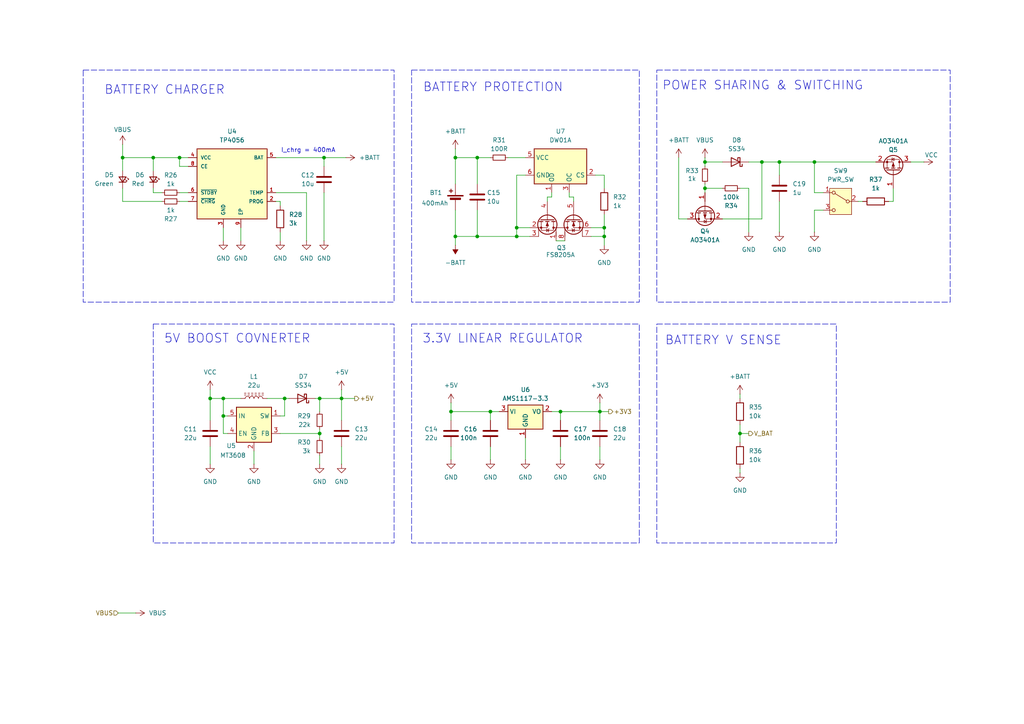
<source format=kicad_sch>
(kicad_sch (version 20231120) (generator "eeschema") (generator_version "8.0")
  (paper "A4")
  (lib_symbols
    (symbol "Battery_Management:DW01A"
      (property "Reference" "U" (at -6.604 6.35 0))
      (property "Value" "DW01A" (at 4.318 6.604 0))
      (symbol "DW01A_0_1"
        (pin output line (at -2.54 -7.62 90) (length 2.54) (name "OD") (number "1"))
        (pin input line (at 10.16 -2.54 180) (length 2.54) (name "CS") (number "2"))
        (pin output line (at 2.54 -7.62 90) (length 2.54) (name "OC") (number "3"))
        (pin power_in line (at -10.16 2.54 0) (length 2.54) (name "VCC") (number "5"))
        (pin power_in line (at -10.16 -2.54 0) (length 2.54) (name "GND") (number "6"))
      )
      (symbol "DW01A_1_1"
        (rectangle (start -7.62 5.08) (end 7.62 -5.08) (stroke (width 0.254)) (fill (type background)))
        (pin no_connect line (at 10.16 2.54 180) (length 2.54) hide (name "TD") (number "4"))
      )
    )
    (symbol "Device:Battery_Cell" (pin_numbers hide) (pin_names (offset 0) hide)
      (property "Reference" "BT" (at 2.54 2.54 0))
      (property "Value" "Battery_Cell" (at 2.54 0 0))
      (symbol "Battery_Cell_0_1"
        (rectangle (start -2.286 1.778) (end 2.286 1.524) (fill (type outline)))
        (rectangle (start -1.524 1.016) (end 1.524 0.508) (fill (type outline)))
        (polyline (pts (xy 0 0.762) (xy 0 0)))
        (polyline (pts (xy 0 1.778) (xy 0 2.54)))
        (polyline (pts (xy 0.762 3.048) (xy 1.778 3.048)) (stroke (width 0.254)))
        (polyline (pts (xy 1.27 3.556) (xy 1.27 2.54)) (stroke (width 0.254)))
      )
      (symbol "Battery_Cell_1_1"
        (pin passive line (at 0 5.08 270) (length 2.54) (name "+") (number "1"))
        (pin passive line (at 0 -2.54 90) (length 2.54) (name "-") (number "2"))
      )
    )
    (symbol "Device:C" (pin_numbers hide) (pin_names (offset 0.254))
      (property "Reference" "C" (at 0.635 2.54 0))
      (property "Value" "C" (at 0.635 -2.54 0))
      (symbol "C_0_1"
        (polyline (pts (xy -2.032 -0.762) (xy 2.032 -0.762)) (stroke (width 0.508)))
        (polyline (pts (xy -2.032 0.762) (xy 2.032 0.762)) (stroke (width 0.508)))
      )
      (symbol "C_1_1"
        (pin passive line (at 0 3.81 270) (length 2.794) (name "~") (number "1"))
        (pin passive line (at 0 -3.81 90) (length 2.794) (name "~") (number "2"))
      )
    )
    (symbol "Device:LED_Small" (pin_numbers hide) (pin_names (offset 0.254) hide)
      (property "Reference" "D" (at -1.27 3.175 0))
      (property "Value" "LED_Small" (at -4.445 -2.54 0))
      (symbol "LED_Small_0_1"
        (polyline (pts (xy -0.762 -1.016) (xy -0.762 1.016)) (stroke (width 0.254)))
        (polyline (pts (xy 1.016 0) (xy -0.762 0)))
        (polyline (pts (xy 0.762 -1.016) (xy -0.762 0) (xy 0.762 1.016) (xy 0.762 -1.016)) (stroke (width 0.254)))
        (polyline (pts (xy 0 0.762) (xy -0.508 1.27) (xy -0.254 1.27) (xy -0.508 1.27) (xy -0.508 1.016)))
        (polyline (pts (xy 0.508 1.27) (xy 0 1.778) (xy 0.254 1.778) (xy 0 1.778) (xy 0 1.524)))
      )
      (symbol "LED_Small_1_1"
        (pin passive line (at -2.54 0 0) (length 1.778) (name "K") (number "1"))
        (pin passive line (at 2.54 0 180) (length 1.778) (name "A") (number "2"))
      )
    )
    (symbol "Device:L_Ferrite" (pin_numbers hide) (pin_names (offset 1.016) hide)
      (property "Reference" "L" (at -1.27 0 90))
      (property "Value" "L_Ferrite" (at 2.794 0 90))
      (symbol "L_Ferrite_0_1"
        (arc (start 0 -2.54) (mid 0.6323 -1.905) (end 0 -1.27))
        (arc (start 0 -1.27) (mid 0.6323 -0.635) (end 0 0))
        (polyline (pts (xy 1.016 -2.794) (xy 1.016 -2.286)))
        (polyline (pts (xy 1.016 -1.778) (xy 1.016 -1.27)))
        (polyline (pts (xy 1.016 -0.762) (xy 1.016 -0.254)))
        (polyline (pts (xy 1.016 0.254) (xy 1.016 0.762)))
        (polyline (pts (xy 1.016 1.27) (xy 1.016 1.778)))
        (polyline (pts (xy 1.016 2.286) (xy 1.016 2.794)))
        (polyline (pts (xy 1.524 -2.286) (xy 1.524 -2.794)))
        (polyline (pts (xy 1.524 -1.27) (xy 1.524 -1.778)))
        (polyline (pts (xy 1.524 -0.254) (xy 1.524 -0.762)))
        (polyline (pts (xy 1.524 0.762) (xy 1.524 0.254)))
        (polyline (pts (xy 1.524 1.778) (xy 1.524 1.27)))
        (polyline (pts (xy 1.524 2.794) (xy 1.524 2.286)))
        (arc (start 0 0) (mid 0.6323 0.635) (end 0 1.27))
        (arc (start 0 1.27) (mid 0.6323 1.905) (end 0 2.54))
      )
      (symbol "L_Ferrite_1_1"
        (pin passive line (at 0 3.81 270) (length 1.27) (name "1") (number "1"))
        (pin passive line (at 0 -3.81 90) (length 1.27) (name "2") (number "2"))
      )
    )
    (symbol "Device:R" (pin_numbers hide) (pin_names (offset 0))
      (property "Reference" "R" (at 2.032 0 90))
      (property "Value" "R" (at 0 0 90))
      (symbol "R_0_1"
        (rectangle (start -1.016 -2.54) (end 1.016 2.54) (stroke (width 0.254)))
      )
      (symbol "R_1_1"
        (pin passive line (at 0 3.81 270) (length 1.27) (name "~") (number "1"))
        (pin passive line (at 0 -3.81 90) (length 1.27) (name "~") (number "2"))
      )
    )
    (symbol "Device:R_Small" (pin_numbers hide) (pin_names (offset 0.254) hide)
      (property "Reference" "R" (at 0.762 0.508 0))
      (property "Value" "R_Small" (at 0.762 -1.016 0))
      (symbol "R_Small_0_1"
        (rectangle (start -0.762 1.778) (end 0.762 -1.778) (stroke (width 0.2032)))
      )
      (symbol "R_Small_1_1"
        (pin passive line (at 0 2.54 270) (length 0.762) (name "~") (number "1"))
        (pin passive line (at 0 -2.54 90) (length 0.762) (name "~") (number "2"))
      )
    )
    (symbol "Diode:SS34" (pin_numbers hide) (pin_names (offset 1.016) hide)
      (property "Reference" "D" (at 0 2.54 0))
      (property "Value" "SS34" (at 0 -2.54 0))
      (symbol "SS34_0_1"
        (polyline (pts (xy 1.27 0) (xy -1.27 0)))
        (polyline (pts (xy 1.27 1.27) (xy 1.27 -1.27) (xy -1.27 0) (xy 1.27 1.27)) (stroke (width 0.254)))
        (polyline (pts (xy -1.905 0.635) (xy -1.905 1.27) (xy -1.27 1.27) (xy -1.27 -1.27) (xy -0.635 -1.27) (xy -0.635 -0.635)) (stroke (width 0.254)))
      )
      (symbol "SS34_1_1"
        (pin passive line (at -3.81 0 0) (length 2.54) (name "K") (number "1"))
        (pin passive line (at 3.81 0 180) (length 2.54) (name "A") (number "2"))
      )
    )
    (symbol "FS8205A:FS8205A" (pin_names (offset 1.016) hide)
      (property "Reference" "Q" (at -11.43 7.62 0))
      (property "Value" "FS8205A" (at -16.764 4.826 0))
      (symbol "FS8205A_0_1"
        (circle (center -6.858 0) (radius 0.254) (fill (type outline)))
        (circle (center -5.08 0.889) (radius 2.794) (stroke (width 0.254)))
        (circle (center -3.302 0) (radius 0.254) (fill (type outline)))
        (polyline (pts (xy -7.62 0) (xy -7.62 -2.54)))
        (polyline (pts (xy -6.35 1.778) (xy -7.366 1.778)) (stroke (width 0.254)))
        (polyline (pts (xy -5.08 2.286) (xy -5.08 5.08)))
        (polyline (pts (xy -4.572 1.778) (xy -5.588 1.778)) (stroke (width 0.254)))
        (polyline (pts (xy -3.175 2.286) (xy -6.985 2.286)) (stroke (width 0.254)))
        (polyline (pts (xy -2.794 1.778) (xy -3.81 1.778)) (stroke (width 0.254)))
        (polyline (pts (xy -2.54 0) (xy -3.302 0)))
        (polyline (pts (xy -2.54 0) (xy -2.54 -2.54)))
        (polyline (pts (xy 0 0) (xy -2.54 0)))
        (polyline (pts (xy 0 0) (xy 0 -2.54)))
        (polyline (pts (xy 0 0) (xy 0.762 0)))
        (polyline (pts (xy 0.254 1.778) (xy 1.27 1.778)) (stroke (width 0.254)))
        (polyline (pts (xy 0.635 2.286) (xy 4.445 2.286)) (stroke (width 0.254)))
        (polyline (pts (xy 2.032 1.778) (xy 3.048 1.778)) (stroke (width 0.254)))
        (polyline (pts (xy 2.54 2.286) (xy 2.54 5.08)))
        (polyline (pts (xy 3.81 1.778) (xy 4.826 1.778)) (stroke (width 0.254)))
        (polyline (pts (xy 5.08 -2.54) (xy 5.08 0)))
        (polyline (pts (xy -7.62 0) (xy -5.08 0) (xy -5.08 1.778)))
        (polyline (pts (xy 5.08 0) (xy 2.54 0) (xy 2.54 1.778)))
        (polyline (pts (xy -6.858 1.778) (xy -6.858 -0.762) (xy -3.302 -0.762) (xy -3.302 1.778)))
        (polyline (pts (xy -5.08 1.524) (xy -4.699 0.508) (xy -5.461 0.508) (xy -5.08 1.524)) (fill (type outline)))
        (polyline (pts (xy -4.699 -0.762) (xy -5.334 -0.381) (xy -5.334 -1.143) (xy -4.699 -0.762)))
        (polyline (pts (xy -4.572 -0.254) (xy -4.699 -0.381) (xy -4.699 -1.143) (xy -4.826 -1.27)))
        (polyline (pts (xy 2.032 -0.254) (xy 2.159 -0.381) (xy 2.159 -1.143) (xy 2.286 -1.27)))
        (polyline (pts (xy 2.159 -0.762) (xy 2.794 -0.381) (xy 2.794 -1.143) (xy 2.159 -0.762)))
        (polyline (pts (xy 2.54 1.524) (xy 2.159 0.508) (xy 2.921 0.508) (xy 2.54 1.524)) (fill (type outline)))
        (polyline (pts (xy 4.318 1.778) (xy 4.318 -0.762) (xy 0.762 -0.762) (xy 0.762 1.778)))
        (circle (center 0.762 0) (radius 0.254) (fill (type outline)))
        (circle (center 2.54 0.889) (radius 2.794) (stroke (width 0.254)))
        (circle (center 4.318 0) (radius 0.254) (fill (type outline)))
      )
      (symbol "FS8205A_1_1"
        (pin passive line (at -2.54 -3.81 90) (length 2.54) (name "D12") (number "1"))
        (pin passive line (at -10.16 0 0) (length 2.54) (name "S1") (number "2"))
        (pin passive line (at -10.16 -2.54 0) (length 2.54) (name "S1") (number "3"))
        (pin input line (at -5.08 7.62 270) (length 2.54) (name "G1") (number "4"))
        (pin input line (at 2.54 7.62 270) (length 2.54) (name "G") (number "5"))
        (pin passive line (at 7.62 0 180) (length 2.54) (name "S2") (number "6"))
        (pin passive line (at 7.62 -2.54 180) (length 2.54) (name "S2") (number "7"))
        (pin passive line (at 0 -3.81 90) (length 2.54) (name "D12") (number "8"))
      )
    )
    (symbol "Regulator_Linear:AMS1117-3.3"
      (property "Reference" "U" (at -3.81 3.175 0))
      (property "Value" "AMS1117-3.3" (at 0 3.175 0))
      (symbol "AMS1117-3.3_0_1"
        (rectangle (start -5.08 -5.08) (end 5.08 1.905) (stroke (width 0.254)) (fill (type background)))
      )
      (symbol "AMS1117-3.3_1_1"
        (pin power_in line (at 0 -7.62 90) (length 2.54) (name "GND") (number "1"))
        (pin power_out line (at 7.62 0 180) (length 2.54) (name "VO") (number "2"))
        (pin power_in line (at -7.62 0 0) (length 2.54) (name "VI") (number "3"))
      )
    )
    (symbol "Regulator_Switching:MT3608"
      (property "Reference" "U" (at -2.54 8.89 0))
      (property "Value" "MT3608" (at -3.81 6.35 0))
      (symbol "MT3608_0_1"
        (rectangle (start -5.08 5.08) (end 5.08 -5.08) (stroke (width 0.254)) (fill (type background)))
      )
      (symbol "MT3608_1_1"
        (pin passive line (at 7.62 2.54 180) (length 2.54) (name "SW") (number "1"))
        (pin power_in line (at 0 -7.62 90) (length 2.54) (name "GND") (number "2"))
        (pin input line (at 7.62 -2.54 180) (length 2.54) (name "FB") (number "3"))
        (pin input line (at -7.62 -2.54 0) (length 2.54) (name "EN") (number "4"))
        (pin power_in line (at -7.62 2.54 0) (length 2.54) (name "IN") (number "5"))
        (pin no_connect line (at 5.08 0 180) (length 2.54) hide (name "NC") (number "6"))
      )
    )
    (symbol "Switch:SW_SPDT" (pin_names (offset 0) hide)
      (property "Reference" "SW" (at 0 5.08 0))
      (property "Value" "SW_SPDT" (at 0 -5.08 0))
      (symbol "SW_SPDT_0_1"
        (circle (center -2.032 0) (radius 0.4572))
        (polyline (pts (xy -1.651 0.254) (xy 1.651 2.286)))
        (circle (center 2.032 -2.54) (radius 0.4572))
        (circle (center 2.032 2.54) (radius 0.4572))
      )
      (symbol "SW_SPDT_1_1"
        (rectangle (start -3.175 3.81) (end 3.175 -3.81) (fill (type background)))
        (pin passive line (at 5.08 2.54 180) (length 2.54) (name "A") (number "1"))
        (pin passive line (at -5.08 0 0) (length 2.54) (name "B") (number "2"))
        (pin passive line (at 5.08 -2.54 180) (length 2.54) (name "C") (number "3"))
      )
    )
    (symbol "TP4056:TP4056" (pin_names (offset 1.016))
      (property "Reference" "U" (at -10.16 10.922 0))
      (property "Value" "TP4056" (at 3.048 10.668 0))
      (symbol "TP4056_0_0"
        (rectangle (start -10.16 10.16) (end 10.16 -10.16) (stroke (width 0.254)) (fill (type background)))
      )
      (symbol "TP4056_1_0"
        (pin input line (at 12.7 -2.54 180) (length 2.54) (name "TEMP") (number "1"))
        (pin bidirectional line (at 12.7 -5.08 180) (length 2.54) (name "PROG") (number "2"))
        (pin power_in line (at -2.54 -12.7 90) (length 2.54) (name "GND") (number "3"))
        (pin power_in line (at -12.7 7.62 0) (length 2.54) (name "VCC") (number "4"))
        (pin output line (at 12.7 7.62 180) (length 2.54) (name "BAT") (number "5"))
        (pin output line (at -12.7 -2.54 0) (length 2.54) (name "~{STDBY}") (number "6"))
        (pin output line (at -12.7 -5.08 0) (length 2.54) (name "~{CHRG}") (number "7"))
        (pin input line (at -12.7 5.08 0) (length 2.54) (name "CE") (number "8"))
        (pin passive line (at 2.54 -12.7 90) (length 2.54) (name "EP") (number "9"))
      )
    )
    (symbol "Transistor_FET:AO3401A" (pin_names hide)
      (property "Reference" "Q" (at 5.08 1.905 0))
      (property "Value" "AO3401A" (at 5.08 0 0))
      (symbol "AO3401A_0_1"
        (polyline (pts (xy 0.254 0) (xy -2.54 0)))
        (polyline (pts (xy 0.254 1.905) (xy 0.254 -1.905)) (stroke (width 0.254)))
        (polyline (pts (xy 0.762 -1.27) (xy 0.762 -2.286)) (stroke (width 0.254)))
        (polyline (pts (xy 0.762 0.508) (xy 0.762 -0.508)) (stroke (width 0.254)))
        (polyline (pts (xy 0.762 2.286) (xy 0.762 1.27)) (stroke (width 0.254)))
        (polyline (pts (xy 2.54 2.54) (xy 2.54 1.778)))
        (polyline (pts (xy 2.54 -2.54) (xy 2.54 0) (xy 0.762 0)))
        (polyline (pts (xy 0.762 1.778) (xy 3.302 1.778) (xy 3.302 -1.778) (xy 0.762 -1.778)))
        (polyline (pts (xy 2.286 0) (xy 1.27 0.381) (xy 1.27 -0.381) (xy 2.286 0)) (fill (type outline)))
        (polyline (pts (xy 2.794 -0.508) (xy 2.921 -0.381) (xy 3.683 -0.381) (xy 3.81 -0.254)))
        (polyline (pts (xy 3.302 -0.381) (xy 2.921 0.254) (xy 3.683 0.254) (xy 3.302 -0.381)))
        (circle (center 1.651 0) (radius 2.794) (stroke (width 0.254)))
        (circle (center 2.54 -1.778) (radius 0.254) (fill (type outline)))
        (circle (center 2.54 1.778) (radius 0.254) (fill (type outline)))
      )
      (symbol "AO3401A_1_1"
        (pin input line (at -5.08 0 0) (length 2.54) (name "G") (number "1"))
        (pin passive line (at 2.54 -5.08 90) (length 2.54) (name "S") (number "2"))
        (pin passive line (at 2.54 5.08 270) (length 2.54) (name "D") (number "3"))
      )
    )
    (symbol "power:+3V3" (power) (pin_numbers hide) (pin_names (offset 0) hide)
      (property "Value" "+3V3" (at 0 3.556 0))
      (symbol "+3V3_0_1"
        (polyline (pts (xy -0.762 1.27) (xy 0 2.54)))
        (polyline (pts (xy 0 0) (xy 0 2.54)))
        (polyline (pts (xy 0 2.54) (xy 0.762 1.27)))
      )
      (symbol "+3V3_1_1"
        (pin power_in line (at 0 0 90) (length 0) (name "~") (number "1"))
      )
    )
    (symbol "power:+5V" (power) (pin_numbers hide) (pin_names (offset 0) hide)
      (property "Value" "+5V" (at 0 3.556 0))
      (symbol "+5V_0_1"
        (polyline (pts (xy -0.762 1.27) (xy 0 2.54)))
        (polyline (pts (xy 0 0) (xy 0 2.54)))
        (polyline (pts (xy 0 2.54) (xy 0.762 1.27)))
      )
      (symbol "+5V_1_1"
        (pin power_in line (at 0 0 90) (length 0) (name "~") (number "1"))
      )
    )
    (symbol "power:+BATT" (power) (pin_numbers hide) (pin_names (offset 0) hide)
      (property "Value" "+BATT" (at 0 3.556 0))
      (symbol "+BATT_0_1"
        (polyline (pts (xy -0.762 1.27) (xy 0 2.54)))
        (polyline (pts (xy 0 0) (xy 0 2.54)))
        (polyline (pts (xy 0 2.54) (xy 0.762 1.27)))
      )
      (symbol "+BATT_1_1"
        (pin power_in line (at 0 0 90) (length 0) (name "~") (number "1"))
      )
    )
    (symbol "power:-BATT" (power) (pin_numbers hide) (pin_names (offset 0) hide)
      (property "Value" "-BATT" (at 0 3.556 0))
      (symbol "-BATT_0_1"
        (polyline (pts (xy 0 0) (xy 0 2.54)))
        (polyline (pts (xy 0.762 1.27) (xy -0.762 1.27) (xy 0 2.54) (xy 0.762 1.27)) (fill (type outline)))
      )
      (symbol "-BATT_1_1"
        (pin power_in line (at 0 0 90) (length 0) (name "~") (number "1"))
      )
    )
    (symbol "power:GND" (power) (pin_numbers hide) (pin_names (offset 0) hide)
      (property "Value" "GND" (at 0 -3.81 0))
      (symbol "GND_0_1"
        (polyline (pts (xy 0 0) (xy 0 -1.27) (xy 1.27 -1.27) (xy 0 -2.54) (xy -1.27 -1.27) (xy 0 -1.27)))
      )
      (symbol "GND_1_1"
        (pin power_in line (at 0 0 270) (length 0) (name "~") (number "1"))
      )
    )
    (symbol "power:VBUS" (power) (pin_numbers hide) (pin_names (offset 0) hide)
      (property "Value" "VBUS" (at 0 3.556 0))
      (symbol "VBUS_0_1"
        (polyline (pts (xy -0.762 1.27) (xy 0 2.54)))
        (polyline (pts (xy 0 0) (xy 0 2.54)))
        (polyline (pts (xy 0 2.54) (xy 0.762 1.27)))
      )
      (symbol "VBUS_1_1"
        (pin power_in line (at 0 0 90) (length 0) (name "~") (number "1"))
      )
    )
    (symbol "power:VCC" (power) (pin_numbers hide) (pin_names (offset 0) hide)
      (property "Value" "VCC" (at 0 3.556 0))
      (symbol "VCC_0_1"
        (polyline (pts (xy -0.762 1.27) (xy 0 2.54)))
        (polyline (pts (xy 0 0) (xy 0 2.54)))
        (polyline (pts (xy 0 2.54) (xy 0.762 1.27)))
      )
      (symbol "VCC_1_1"
        (pin power_in line (at 0 0 90) (length 0) (name "~") (number "1"))
      )
    )
  )
  (junction (at 44.45 45.72))
  (junction (at 64.77 120.65))
  (junction (at 64.77 115.57))
  (junction (at 142.24 119.38))
  (junction (at 204.47 46.99))
  (junction (at 173.99 119.38))
  (junction (at 60.96 115.57))
  (junction (at 149.86 68.58))
  (junction (at 175.26 68.58))
  (junction (at 132.08 45.72))
  (junction (at 35.56 45.72))
  (junction (at 162.56 119.38))
  (junction (at 149.86 66.04))
  (junction (at 138.43 45.72))
  (junction (at 92.71 115.57))
  (junction (at 52.07 45.72))
  (junction (at 82.55 115.57))
  (junction (at 138.43 68.58))
  (junction (at 92.71 125.73))
  (junction (at 220.98 46.99))
  (junction (at 214.63 125.73))
  (junction (at 130.81 119.38))
  (junction (at 93.98 45.72))
  (junction (at 99.06 115.57))
  (junction (at 132.08 68.58))
  (junction (at 175.26 66.04))
  (junction (at 204.47 54.61))
  (junction (at 226.06 46.99))
  (junction (at 236.22 46.99))
  (wire (pts (xy 204.47 53.34) (xy 204.47 54.61)))
  (wire (pts (xy 82.55 115.57) (xy 82.55 120.65)))
  (wire (pts (xy 92.71 125.73) (xy 92.71 127)))
  (wire (pts (xy 99.06 121.92) (xy 99.06 115.57)))
  (wire (pts (xy 99.06 115.57) (xy 92.71 115.57)))
  (wire (pts (xy 92.71 115.57) (xy 91.44 115.57)))
  (wire (pts (xy 152.4 127) (xy 152.4 133.35)))
  (wire (pts (xy 46.99 58.42) (xy 35.56 58.42)))
  (wire (pts (xy 238.76 55.88) (xy 236.22 55.88)))
  (wire (pts (xy 35.56 45.72) (xy 35.56 49.53)))
  (wire (pts (xy 257.81 58.42) (xy 259.08 58.42)))
  (wire (pts (xy 82.55 115.57) (xy 83.82 115.57)))
  (wire (pts (xy 236.22 46.99) (xy 254 46.99)))
  (wire (pts (xy 132.08 43.18) (xy 132.08 45.72)))
  (wire (pts (xy 204.47 46.99) (xy 204.47 48.26)))
  (wire (pts (xy 44.45 45.72) (xy 35.56 45.72)))
  (wire (pts (xy 161.29 69.85) (xy 163.83 69.85)))
  (wire (pts (xy 138.43 60.96) (xy 138.43 68.58)))
  (wire (pts (xy 217.17 125.73) (xy 214.63 125.73)))
  (wire (pts (xy 93.98 45.72) (xy 100.33 45.72)))
  (wire (pts (xy 81.28 125.73) (xy 92.71 125.73)))
  (wire (pts (xy 175.26 68.58) (xy 171.45 68.58)))
  (wire (pts (xy 132.08 45.72) (xy 132.08 53.34)))
  (wire (pts (xy 226.06 50.8) (xy 226.06 46.99)))
  (wire (pts (xy 60.96 113.03) (xy 60.96 115.57)))
  (wire (pts (xy 204.47 45.72) (xy 204.47 46.99)))
  (wire (pts (xy 64.77 120.65) (xy 64.77 125.73)))
  (wire (pts (xy 132.08 68.58) (xy 138.43 68.58)))
  (wire (pts (xy 130.81 116.84) (xy 130.81 119.38)))
  (wire (pts (xy 259.08 58.42) (xy 259.08 54.61)))
  (wire (pts (xy 80.01 45.72) (xy 93.98 45.72)))
  (wire (pts (xy 92.71 119.38) (xy 92.71 115.57)))
  (wire (pts (xy 214.63 125.73) (xy 214.63 123.19)))
  (wire (pts (xy 64.77 115.57) (xy 64.77 120.65)))
  (wire (pts (xy 226.06 58.42) (xy 226.06 67.31)))
  (wire (pts (xy 69.85 66.04) (xy 69.85 69.85)))
  (wire (pts (xy 52.07 45.72) (xy 44.45 45.72)))
  (wire (pts (xy 142.24 119.38) (xy 144.78 119.38)))
  (wire (pts (xy 152.4 50.8) (xy 149.86 50.8)))
  (wire (pts (xy 99.06 115.57) (xy 102.87 115.57)))
  (wire (pts (xy 175.26 62.23) (xy 175.26 66.04)))
  (wire (pts (xy 158.75 57.15) (xy 158.75 58.42)))
  (wire (pts (xy 66.04 120.65) (xy 64.77 120.65)))
  (wire (pts (xy 132.08 68.58) (xy 132.08 71.12)))
  (wire (pts (xy 214.63 135.89) (xy 214.63 137.16)))
  (wire (pts (xy 142.24 119.38) (xy 130.81 119.38)))
  (wire (pts (xy 64.77 125.73) (xy 66.04 125.73)))
  (wire (pts (xy 204.47 54.61) (xy 204.47 55.88)))
  (wire (pts (xy 217.17 67.31) (xy 217.17 54.61)))
  (wire (pts (xy 81.28 58.42) (xy 80.01 58.42)))
  (wire (pts (xy 64.77 66.04) (xy 64.77 69.85)))
  (wire (pts (xy 160.02 55.88) (xy 160.02 57.15)))
  (wire (pts (xy 248.92 58.42) (xy 250.19 58.42)))
  (wire (pts (xy 138.43 45.72) (xy 142.24 45.72)))
  (wire (pts (xy 149.86 68.58) (xy 149.86 66.04)))
  (wire (pts (xy 162.56 121.92) (xy 162.56 119.38)))
  (wire (pts (xy 204.47 54.61) (xy 209.55 54.61)))
  (wire (pts (xy 77.47 115.57) (xy 82.55 115.57)))
  (wire (pts (xy 92.71 124.46) (xy 92.71 125.73)))
  (wire (pts (xy 147.32 45.72) (xy 152.4 45.72)))
  (wire (pts (xy 220.98 46.99) (xy 226.06 46.99)))
  (wire (pts (xy 93.98 45.72) (xy 93.98 48.26)))
  (wire (pts (xy 81.28 59.69) (xy 81.28 58.42)))
  (wire (pts (xy 236.22 55.88) (xy 236.22 46.99)))
  (wire (pts (xy 173.99 116.84) (xy 173.99 119.38)))
  (wire (pts (xy 93.98 55.88) (xy 93.98 69.85)))
  (wire (pts (xy 99.06 129.54) (xy 99.06 134.62)))
  (wire (pts (xy 162.56 119.38) (xy 160.02 119.38)))
  (wire (pts (xy 175.26 50.8) (xy 172.72 50.8)))
  (wire (pts (xy 44.45 45.72) (xy 44.45 49.53)))
  (wire (pts (xy 142.24 121.92) (xy 142.24 119.38)))
  (wire (pts (xy 214.63 125.73) (xy 214.63 128.27)))
  (wire (pts (xy 132.08 60.96) (xy 132.08 68.58)))
  (wire (pts (xy 165.1 57.15) (xy 166.37 57.15)))
  (wire (pts (xy 73.66 130.81) (xy 73.66 134.62)))
  (wire (pts (xy 82.55 120.65) (xy 81.28 120.65)))
  (wire (pts (xy 130.81 119.38) (xy 130.81 121.92)))
  (wire (pts (xy 52.07 55.88) (xy 54.61 55.88)))
  (wire (pts (xy 173.99 129.54) (xy 173.99 133.35)))
  (wire (pts (xy 236.22 67.31) (xy 236.22 60.96)))
  (wire (pts (xy 138.43 45.72) (xy 138.43 53.34)))
  (wire (pts (xy 88.9 55.88) (xy 80.01 55.88)))
  (wire (pts (xy 130.81 129.54) (xy 130.81 133.35)))
  (wire (pts (xy 99.06 113.03) (xy 99.06 115.57)))
  (wire (pts (xy 149.86 50.8) (xy 149.86 66.04)))
  (wire (pts (xy 153.67 68.58) (xy 149.86 68.58)))
  (wire (pts (xy 54.61 48.26) (xy 52.07 48.26)))
  (wire (pts (xy 69.85 115.57) (xy 64.77 115.57)))
  (wire (pts (xy 60.96 121.92) (xy 60.96 115.57)))
  (wire (pts (xy 217.17 54.61) (xy 214.63 54.61)))
  (wire (pts (xy 162.56 119.38) (xy 173.99 119.38)))
  (wire (pts (xy 173.99 119.38) (xy 176.53 119.38)))
  (wire (pts (xy 165.1 55.88) (xy 165.1 57.15)))
  (wire (pts (xy 60.96 115.57) (xy 64.77 115.57)))
  (wire (pts (xy 44.45 55.88) (xy 44.45 54.61)))
  (wire (pts (xy 175.26 71.12) (xy 175.26 68.58)))
  (wire (pts (xy 214.63 114.3) (xy 214.63 115.57)))
  (wire (pts (xy 209.55 63.5) (xy 220.98 63.5)))
  (wire (pts (xy 88.9 69.85) (xy 88.9 55.88)))
  (wire (pts (xy 196.85 45.72) (xy 196.85 63.5)))
  (wire (pts (xy 175.26 54.61) (xy 175.26 50.8)))
  (wire (pts (xy 34.29 177.8) (xy 39.37 177.8)))
  (wire (pts (xy 204.47 46.99) (xy 209.55 46.99)))
  (wire (pts (xy 138.43 68.58) (xy 149.86 68.58)))
  (wire (pts (xy 35.56 58.42) (xy 35.56 54.61)))
  (wire (pts (xy 220.98 46.99) (xy 217.17 46.99)))
  (wire (pts (xy 173.99 119.38) (xy 173.99 121.92)))
  (wire (pts (xy 52.07 58.42) (xy 54.61 58.42)))
  (wire (pts (xy 175.26 68.58) (xy 175.26 66.04)))
  (wire (pts (xy 175.26 66.04) (xy 171.45 66.04)))
  (wire (pts (xy 35.56 41.91) (xy 35.56 45.72)))
  (wire (pts (xy 153.67 66.04) (xy 149.86 66.04)))
  (wire (pts (xy 52.07 48.26) (xy 52.07 45.72)))
  (wire (pts (xy 220.98 63.5) (xy 220.98 46.99)))
  (wire (pts (xy 142.24 129.54) (xy 142.24 133.35)))
  (wire (pts (xy 160.02 57.15) (xy 158.75 57.15)))
  (wire (pts (xy 226.06 46.99) (xy 236.22 46.99)))
  (wire (pts (xy 92.71 132.08) (xy 92.71 134.62)))
  (wire (pts (xy 60.96 129.54) (xy 60.96 134.62)))
  (wire (pts (xy 166.37 57.15) (xy 166.37 58.42)))
  (wire (pts (xy 52.07 45.72) (xy 54.61 45.72)))
  (wire (pts (xy 264.16 46.99) (xy 267.97 46.99)))
  (wire (pts (xy 46.99 55.88) (xy 44.45 55.88)))
  (wire (pts (xy 81.28 67.31) (xy 81.28 69.85)))
  (wire (pts (xy 132.08 45.72) (xy 138.43 45.72)))
  (wire (pts (xy 162.56 129.54) (xy 162.56 133.35)))
  (wire (pts (xy 236.22 60.96) (xy 238.76 60.96)))
  (wire (pts (xy 196.85 63.5) (xy 199.39 63.5)))
  (rectangle (start 119.38 20.32) (end 185.42 87.63) (stroke (width 0) (type dash)))
  (rectangle (start 24.13 20.32) (end 114.3 87.63) (stroke (width 0) (type dash)))
  (rectangle (start 119.38 93.98) (end 185.42 157.48) (stroke (width 0) (type dash)))
  (rectangle (start 190.5 20.32) (end 275.59 87.63) (stroke (width 0) (type dash)))
  (rectangle (start 190.5 93.98) (end 242.57 157.48) (stroke (width 0) (type dash)))
  (rectangle (start 44.45 93.98) (end 114.3 157.48) (stroke (width 0) (type dash)))
  (text "BATTERY PROTECTION" (at 143.002 25.4 0) (effects (font (size 2.54 2.54))))
  (text "BATTERY V SENSE" (at 209.804 98.806 0) (effects (font (size 2.54 2.54))))
  (text "3.3V LINEAR REGULATOR" (at 145.796 98.298 0) (effects (font (size 2.54 2.54))))
  (text "POWER SHARING & SWITCHING" (at 221.234 24.892 0) (effects (font (size 2.54 2.54))))
  (text "BATTERY CHARGER" (at 47.752 26.162 0) (effects (font (size 2.54 2.54))))
  (text "I_chrg = 400mA" (at 89.408 43.688 0) (effects (font (size 1.27 1.27))))
  (text "5V BOOST COVNERTER" (at 68.834 98.298 0) (effects (font (size 2.54 2.54))))
  (hierarchical_label "V_BAT" (shape output) (at 217.17 125.73 0))
  (hierarchical_label "VBUS" (shape input) (at 34.29 177.8 180))
  (hierarchical_label "+3V3" (shape output) (at 176.53 119.38 0))
  (hierarchical_label "+5V" (shape output) (at 102.87 115.57 0))
  (symbol (lib_id "Device:C") (at 226.06 54.61 0) (unit 1)
    (property "Reference" "C19" (at 229.87 53.3399 0) (effects (justify left)))
    (property "Value" "1u" (at 229.87 55.8799 0) (effects (justify left)))
    (property "Footprint" "Capacitor_SMD:C_0805_2012Metric" (effects (hide yes)))
    (property "Description" "Unpolarized capacitor" (effects (hide yes)))
  )
  (symbol (lib_id "power:VBUS") (at 35.56 41.91 0) (unit 1)
    (property "Reference" "#PWR043" (effects (hide yes)))
    (property "Value" "VBUS" (at 35.56 37.592 0))
    (property "Description" "Power symbol creates a global label with name \"VBUS\"" (effects (hide yes)))
  )
  (symbol (lib_id "Device:R_Small") (at 92.71 121.92 0) (mirror y) (unit 1)
    (property "Reference" "R29" (at 90.17 120.6499 0) (effects (justify left)))
    (property "Value" "22k" (at 90.17 123.1899 0) (effects (justify left)))
    (property "Footprint" "Resistor_SMD:R_0603_1608Metric" (effects (hide yes)))
    (property "Description" "Resistor, small symbol" (effects (hide yes)))
  )
  (symbol (lib_id "power:VBUS") (at 204.47 45.72 0) (unit 1)
    (property "Reference" "#PWR068" (effects (hide yes)))
    (property "Value" "VBUS" (at 204.47 40.64 0))
    (property "Description" "Power symbol creates a global label with name \"VBUS\"" (effects (hide yes)))
  )
  (symbol (lib_id "Device:LED_Small") (at 35.56 52.07 270) (mirror x) (unit 1)
    (property "Reference" "D5" (at 33.02 50.7364 90) (effects (justify right)))
    (property "Value" "Green" (at 33.02 53.2764 90) (effects (justify right)))
    (property "Footprint" "LED_SMD:LED_0805_2012Metric" (effects (hide yes)))
    (property "Description" "Light emitting diode, small symbol" (effects (hide yes)))
  )
  (symbol (lib_id "Device:R_Small") (at 144.78 45.72 90) (unit 1)
    (property "Reference" "R31" (at 144.78 40.64 90))
    (property "Value" "100R" (at 144.78 43.18 90))
    (property "Footprint" "Resistor_SMD:R_0603_1608Metric" (effects (hide yes)))
    (property "Description" "Resistor, small symbol" (effects (hide yes)))
  )
  (symbol (lib_id "power:+BATT") (at 132.08 43.18 0) (unit 1)
    (property "Reference" "#PWR059" (effects (hide yes)))
    (property "Value" "+BATT" (at 132.08 38.1 0))
    (property "Description" "Power symbol creates a global label with name \"+BATT\"" (effects (hide yes)))
  )
  (symbol (lib_id "Device:R_Small") (at 49.53 58.42 90) (unit 1)
    (property "Reference" "R27" (at 49.53 63.5 90))
    (property "Value" "1k" (at 49.53 60.96 90))
    (property "Footprint" "Resistor_SMD:R_0603_1608Metric" (effects (hide yes)))
    (property "Description" "Resistor, small symbol" (effects (hide yes)))
  )
  (symbol (lib_id "power:GND") (at 214.63 137.16 0) (unit 1)
    (property "Reference" "#PWR070" (effects (hide yes)))
    (property "Value" "GND" (at 214.63 142.24 0))
    (property "Description" "Power symbol creates a global label with name \"GND\" , ground" (effects (hide yes)))
  )
  (symbol (lib_id "power:+BATT") (at 196.85 45.72 0) (unit 1)
    (property "Reference" "#PWR067" (effects (hide yes)))
    (property "Value" "+BATT" (at 196.85 40.64 0))
    (property "Description" "Power symbol creates a global label with name \"+BATT\"" (effects (hide yes)))
  )
  (symbol (lib_id "power:-BATT") (at 132.08 71.12 0) (mirror x) (unit 1)
    (property "Reference" "#PWR060" (effects (hide yes)))
    (property "Value" "-BATT" (at 132.08 76.2 0))
    (property "Description" "Power symbol creates a global label with name \"-BATT\"" (effects (hide yes)))
  )
  (symbol (lib_id "power:GND") (at 173.99 133.35 0) (unit 1)
    (property "Reference" "#PWR065" (effects (hide yes)))
    (property "Value" "GND" (at 173.99 138.43 0))
    (property "Description" "Power symbol creates a global label with name \"GND\" , ground" (effects (hide yes)))
  )
  (symbol (lib_id "power:GND") (at 81.28 69.85 0) (unit 1)
    (property "Reference" "#PWR050" (effects (hide yes)))
    (property "Value" "GND" (at 81.28 74.93 0))
    (property "Description" "Power symbol creates a global label with name \"GND\" , ground" (effects (hide yes)))
  )
  (symbol (lib_id "Battery_Management:DW01A") (at 162.56 48.26 0) (unit 1)
    (property "Reference" "U7" (at 162.56 38.1 0))
    (property "Value" "DW01A" (at 162.56 40.64 0))
    (property "Footprint" "Package_TO_SOT_SMD:SOT-23-6" (effects (hide yes)))
    (property "Datasheet" "https://hmsemi.com/downfile/DW01A.PDF" (effects (hide yes)))
    (property "Description" "Overcharge, overcurrent and overdischarge protection IC for single cell lithium-ion/polymer battery" (effects (hide yes)))
  )
  (symbol (lib_id "FS8205A:FS8205A") (at 163.83 66.04 0) (unit 1)
    (property "Reference" "Q3" (at 162.814 71.882 0))
    (property "Value" "FS8205A" (at 162.56 73.914 0))
    (property "Footprint" "Package_SO:TSSOP-8_4.4x3mm_P0.65mm" (effects (hide yes)))
  )
  (symbol (lib_id "Device:C") (at 93.98 52.07 0) (mirror y) (unit 1)
    (property "Reference" "C12" (at 91.186 50.8 0) (effects (justify left)))
    (property "Value" "10u" (at 91.186 53.34 0) (effects (justify left)))
    (property "Footprint" "Capacitor_SMD:C_0805_2012Metric" (effects (hide yes)))
    (property "Description" "Unpolarized capacitor" (effects (hide yes)))
  )
  (symbol (lib_id "Transistor_FET:AO3401A") (at 204.47 60.96 90) (mirror x) (unit 1)
    (property "Reference" "Q4" (at 204.47 67.056 90))
    (property "Value" "AO3401A" (at 204.47 69.596 90))
    (property "Footprint" "Package_TO_SOT_SMD:SOT-23" (effects (hide yes)))
    (property "Datasheet" "http://www.aosmd.com/pdfs/datasheet/AO3401A.pdf" (effects (hide yes)))
    (property "Description" "-4.0A Id, -30V Vds, P-Channel MOSFET, SOT-23" (effects (hide yes)))
  )
  (symbol (lib_id "power:GND") (at 162.56 133.35 0) (unit 1)
    (property "Reference" "#PWR063" (effects (hide yes)))
    (property "Value" "GND" (at 162.56 138.43 0))
    (property "Description" "Power symbol creates a global label with name \"GND\" , ground" (effects (hide yes)))
  )
  (symbol (lib_id "power:+5V") (at 99.06 113.03 0) (unit 1)
    (property "Reference" "#PWR054" (effects (hide yes)))
    (property "Value" "+5V" (at 99.06 107.95 0))
    (property "Description" "Power symbol creates a global label with name \"+5V\"" (effects (hide yes)))
  )
  (symbol (lib_id "Diode:SS34") (at 213.36 46.99 180) (unit 1)
    (property "Reference" "D8" (at 213.6775 40.64 0))
    (property "Value" "SS34" (at 213.6775 43.18 0))
    (property "Footprint" "Diode_SMD:D_SMA" (effects (hide yes)))
    (property "Datasheet" "https://www.vishay.com/docs/88751/ss32.pdf" (effects (hide yes)))
    (property "Description" "40V 3A Schottky Diode, SMA" (effects (hide yes)))
  )
  (symbol (lib_id "Diode:SS34") (at 87.63 115.57 180) (unit 1)
    (property "Reference" "D7" (at 87.9475 109.22 0))
    (property "Value" "SS34" (at 87.9475 111.76 0))
    (property "Footprint" "Diode_SMD:D_SMA" (effects (hide yes)))
    (property "Datasheet" "https://www.vishay.com/docs/88751/ss32.pdf" (effects (hide yes)))
    (property "Description" "40V 3A Schottky Diode, SMA" (effects (hide yes)))
  )
  (symbol (lib_id "Device:LED_Small") (at 44.45 52.07 270) (mirror x) (unit 1)
    (property "Reference" "D6" (at 41.91 50.7364 90) (effects (justify right)))
    (property "Value" "Red" (at 41.91 53.2764 90) (effects (justify right)))
    (property "Footprint" "LED_SMD:LED_0805_2012Metric" (effects (hide yes)))
    (property "Description" "Light emitting diode, small symbol" (effects (hide yes)))
  )
  (symbol (lib_id "Switch:SW_SPDT") (at 243.84 58.42 0) (mirror y) (unit 1)
    (property "Reference" "SW9" (at 243.84 49.53 0))
    (property "Value" "PWR_SW" (at 243.84 52.07 0))
    (property "Footprint" "Button_Switch_SMD:SW_SPDT_PCM12" (effects (hide yes)))
    (property "Description" "Switch, single pole double throw" (effects (hide yes)))
  )
  (symbol (lib_id "power:GND") (at 226.06 67.31 0) (unit 1)
    (property "Reference" "#PWR072" (effects (hide yes)))
    (property "Value" "GND" (at 226.06 72.39 0))
    (property "Description" "Power symbol creates a global label with name \"GND\" , ground" (effects (hide yes)))
  )
  (symbol (lib_id "power:GND") (at 99.06 134.62 0) (unit 1)
    (property "Reference" "#PWR055" (effects (hide yes)))
    (property "Value" "GND" (at 99.06 139.7 0))
    (property "Description" "Power symbol creates a global label with name \"GND\" , ground" (effects (hide yes)))
  )
  (symbol (lib_id "power:VBUS") (at 39.37 177.8 270) (unit 1)
    (property "Reference" "#PWR044" (effects (hide yes)))
    (property "Value" "VBUS" (at 43.18 177.7999 90) (effects (justify left)))
    (property "Description" "Power symbol creates a global label with name \"VBUS\"" (effects (hide yes)))
  )
  (symbol (lib_id "power:GND") (at 142.24 133.35 0) (unit 1)
    (property "Reference" "#PWR061" (effects (hide yes)))
    (property "Value" "GND" (at 142.24 138.43 0))
    (property "Description" "Power symbol creates a global label with name \"GND\" , ground" (effects (hide yes)))
  )
  (symbol (lib_id "power:VCC") (at 60.96 113.03 0) (unit 1)
    (property "Reference" "#PWR045" (effects (hide yes)))
    (property "Value" "VCC" (at 60.96 107.95 0))
    (property "Description" "Power symbol creates a global label with name \"VCC\"" (effects (hide yes)))
  )
  (symbol (lib_id "power:GND") (at 73.66 134.62 0) (unit 1)
    (property "Reference" "#PWR049" (effects (hide yes)))
    (property "Value" "GND" (at 73.66 139.7 0))
    (property "Description" "Power symbol creates a global label with name \"GND\" , ground" (effects (hide yes)))
  )
  (symbol (lib_id "Device:C") (at 130.81 125.73 0) (mirror y) (unit 1)
    (property "Reference" "C14" (at 127 124.4599 0) (effects (justify left)))
    (property "Value" "22u" (at 127 126.9999 0) (effects (justify left)))
    (property "Footprint" "Capacitor_SMD:C_0805_2012Metric" (effects (hide yes)))
    (property "Description" "Unpolarized capacitor" (effects (hide yes)))
  )
  (symbol (lib_id "power:+5V") (at 130.81 116.84 0) (unit 1)
    (property "Reference" "#PWR057" (effects (hide yes)))
    (property "Value" "+5V" (at 130.81 111.76 0))
    (property "Description" "Power symbol creates a global label with name \"+5V\"" (effects (hide yes)))
  )
  (symbol (lib_id "Device:R") (at 214.63 119.38 0) (unit 1)
    (property "Reference" "R35" (at 217.17 118.1099 0) (effects (justify left)))
    (property "Value" "10k" (at 217.17 120.6499 0) (effects (justify left)))
    (property "Footprint" "Resistor_SMD:R_0603_1608Metric" (effects (hide yes)))
    (property "Description" "Resistor" (effects (hide yes)))
  )
  (symbol (lib_id "Device:R") (at 175.26 58.42 0) (unit 1)
    (property "Reference" "R32" (at 177.8 57.1499 0) (effects (justify left)))
    (property "Value" "1k" (at 177.8 59.6899 0) (effects (justify left)))
    (property "Footprint" "Resistor_SMD:R_0603_1608Metric" (effects (hide yes)))
    (property "Description" "Resistor" (effects (hide yes)))
  )
  (symbol (lib_id "Device:R_Small") (at 92.71 129.54 0) (mirror y) (unit 1)
    (property "Reference" "R30" (at 90.17 128.2699 0) (effects (justify left)))
    (property "Value" "3k" (at 90.17 130.8099 0) (effects (justify left)))
    (property "Footprint" "Resistor_SMD:R_0603_1608Metric" (effects (hide yes)))
    (property "Description" "Resistor, small symbol" (effects (hide yes)))
  )
  (symbol (lib_id "power:+3V3") (at 173.99 116.84 0) (unit 1)
    (property "Reference" "#PWR064" (effects (hide yes)))
    (property "Value" "+3V3" (at 173.99 111.76 0))
    (property "Description" "Power symbol creates a global label with name \"+3V3\"" (effects (hide yes)))
  )
  (symbol (lib_id "Device:C") (at 99.06 125.73 0) (unit 1)
    (property "Reference" "C13" (at 102.87 124.4599 0) (effects (justify left)))
    (property "Value" "22u" (at 102.87 126.9999 0) (effects (justify left)))
    (property "Footprint" "Capacitor_SMD:C_0805_2012Metric" (effects (hide yes)))
    (property "Description" "Unpolarized capacitor" (effects (hide yes)))
  )
  (symbol (lib_id "Device:R_Small") (at 212.09 54.61 270) (mirror x) (unit 1)
    (property "Reference" "R34" (at 212.09 59.69 90))
    (property "Value" "100k" (at 212.09 57.15 90))
    (property "Footprint" "Resistor_SMD:R_0603_1608Metric" (effects (hide yes)))
    (property "Description" "Resistor, small symbol" (effects (hide yes)))
  )
  (symbol (lib_id "TP4056:TP4056") (at 67.31 53.34 0) (unit 1)
    (property "Reference" "U4" (at 67.31 38.1 0))
    (property "Value" "TP4056" (at 67.31 40.64 0))
    (property "Footprint" "tp4056:SOP127P600X175-9N" (effects (hide yes)))
    (property "Datasheet" "https://dlnmh9ip6v2uc.cloudfront.net/datasheets/Prototyping/TP4056.pdf" (effects (hide yes)))
  )
  (symbol (lib_id "Device:Battery_Cell") (at 132.08 58.42 0) (mirror y) (unit 1)
    (property "Reference" "BT1" (at 128.27 55.88 0) (effects (justify left)))
    (property "Value" "400mAh" (at 130.048 58.928 0) (effects (justify left)))
    (property "Footprint" "Connector_JST:JST_PH_S2B-PH-K_1x02_P2.00mm_Horizontal" (effects (hide yes)))
    (property "Description" "Single-cell battery" (effects (hide yes)))
  )
  (symbol (lib_id "Device:C") (at 173.99 125.73 0) (unit 1)
    (property "Reference" "C18" (at 177.8 124.4599 0) (effects (justify left)))
    (property "Value" "22u" (at 177.8 126.9999 0) (effects (justify left)))
    (property "Footprint" "Capacitor_SMD:C_0805_2012Metric" (effects (hide yes)))
    (property "Description" "Unpolarized capacitor" (effects (hide yes)))
  )
  (symbol (lib_id "power:GND") (at 92.71 134.62 0) (unit 1)
    (property "Reference" "#PWR052" (effects (hide yes)))
    (property "Value" "GND" (at 92.71 139.7 0))
    (property "Description" "Power symbol creates a global label with name \"GND\" , ground" (effects (hide yes)))
  )
  (symbol (lib_id "power:GND") (at 175.26 71.12 0) (unit 1)
    (property "Reference" "#PWR066" (effects (hide yes)))
    (property "Value" "GND" (at 175.26 76.2 0))
    (property "Description" "Power symbol creates a global label with name \"GND\" , ground" (effects (hide yes)))
  )
  (symbol (lib_id "power:GND") (at 60.96 134.62 0) (unit 1)
    (property "Reference" "#PWR046" (effects (hide yes)))
    (property "Value" "GND" (at 60.96 139.7 0))
    (property "Description" "Power symbol creates a global label with name \"GND\" , ground" (effects (hide yes)))
  )
  (symbol (lib_id "Device:C") (at 162.56 125.73 0) (unit 1)
    (property "Reference" "C17" (at 166.37 124.4599 0) (effects (justify left)))
    (property "Value" "100n" (at 166.37 126.9999 0) (effects (justify left)))
    (property "Footprint" "Capacitor_SMD:C_0603_1608Metric" (effects (hide yes)))
    (property "Description" "Unpolarized capacitor" (effects (hide yes)))
  )
  (symbol (lib_id "power:GND") (at 236.22 67.31 0) (unit 1)
    (property "Reference" "#PWR073" (effects (hide yes)))
    (property "Value" "GND" (at 236.22 72.39 0))
    (property "Description" "Power symbol creates a global label with name \"GND\" , ground" (effects (hide yes)))
  )
  (symbol (lib_id "Device:R") (at 254 58.42 270) (unit 1)
    (property "Reference" "R37" (at 254 52.07 90))
    (property "Value" "1k" (at 254 54.61 90))
    (property "Footprint" "Resistor_SMD:R_0603_1608Metric" (effects (hide yes)))
    (property "Description" "Resistor" (effects (hide yes)))
  )
  (symbol (lib_id "Device:C") (at 138.43 57.15 0) (unit 1)
    (property "Reference" "C15" (at 141.224 55.88 0) (effects (justify left)))
    (property "Value" "10u" (at 141.224 58.42 0) (effects (justify left)))
    (property "Footprint" "Capacitor_SMD:C_0805_2012Metric" (effects (hide yes)))
    (property "Description" "Unpolarized capacitor" (effects (hide yes)))
  )
  (symbol (lib_id "Transistor_FET:AO3401A") (at 259.08 49.53 270) (mirror x) (unit 1)
    (property "Reference" "Q5" (at 259.08 43.434 90))
    (property "Value" "AO3401A" (at 259.08 40.894 90))
    (property "Footprint" "Package_TO_SOT_SMD:SOT-23" (effects (hide yes)))
    (property "Datasheet" "http://www.aosmd.com/pdfs/datasheet/AO3401A.pdf" (effects (hide yes)))
    (property "Description" "-4.0A Id, -30V Vds, P-Channel MOSFET, SOT-23" (effects (hide yes)))
  )
  (symbol (lib_id "power:GND") (at 88.9 69.85 0) (unit 1)
    (property "Reference" "#PWR051" (effects (hide yes)))
    (property "Value" "GND" (at 88.9 74.93 0))
    (property "Description" "Power symbol creates a global label with name \"GND\" , ground" (effects (hide yes)))
  )
  (symbol (lib_id "Regulator_Linear:AMS1117-3.3") (at 152.4 119.38 0) (unit 1)
    (property "Reference" "U6" (at 152.4 113.03 0))
    (property "Value" "AMS1117-3.3" (at 152.4 115.57 0))
    (property "Footprint" "Package_TO_SOT_SMD:SOT-223-3_TabPin2" (effects (hide yes)))
    (property "Datasheet" "http://www.advanced-monolithic.com/pdf/ds1117.pdf" (effects (hide yes)))
    (property "Description" "1A Low Dropout regulator, positive, 3.3V fixed output, SOT-223" (effects (hide yes)))
  )
  (symbol (lib_id "power:GND") (at 93.98 69.85 0) (unit 1)
    (property "Reference" "#PWR053" (effects (hide yes)))
    (property "Value" "GND" (at 93.98 74.93 0))
    (property "Description" "Power symbol creates a global label with name \"GND\" , ground" (effects (hide yes)))
  )
  (symbol (lib_id "Device:R_Small") (at 204.47 50.8 0) (mirror y) (unit 1)
    (property "Reference" "R33" (at 202.692 49.53 0) (effects (justify left)))
    (property "Value" "1k" (at 201.93 51.816 0) (effects (justify left)))
    (property "Footprint" "Resistor_SMD:R_0603_1608Metric" (effects (hide yes)))
    (property "Description" "Resistor, small symbol" (effects (hide yes)))
  )
  (symbol (lib_id "Device:R_Small") (at 49.53 55.88 90) (unit 1)
    (property "Reference" "R26" (at 49.53 50.8 90))
    (property "Value" "1k" (at 49.53 53.34 90))
    (property "Footprint" "Resistor_SMD:R_0603_1608Metric" (effects (hide yes)))
    (property "Description" "Resistor, small symbol" (effects (hide yes)))
  )
  (symbol (lib_id "Regulator_Switching:MT3608") (at 73.66 123.19 0) (unit 1)
    (property "Reference" "U5" (at 67.056 129.286 0))
    (property "Value" "MT3608" (at 67.564 132.08 0))
    (property "Footprint" "Package_TO_SOT_SMD:SOT-23-6" (effects (hide yes)))
    (property "Datasheet" "https://www.olimex.com/Products/Breadboarding/BB-PWR-3608/resources/MT3608.pdf" (effects (hide yes)))
    (property "Description" "High Efficiency 1.2MHz 2A Step Up Converter, 2-24V Vin, 28V Vout, 4A current limit, 1.2MHz, SOT23-6" (effects (hide yes)))
  )
  (symbol (lib_id "power:GND") (at 152.4 133.35 0) (unit 1)
    (property "Reference" "#PWR062" (effects (hide yes)))
    (property "Value" "GND" (at 152.4 138.43 0))
    (property "Description" "Power symbol creates a global label with name \"GND\" , ground" (effects (hide yes)))
  )
  (symbol (lib_id "power:+BATT") (at 214.63 114.3 0) (unit 1)
    (property "Reference" "#PWR069" (effects (hide yes)))
    (property "Value" "+BATT" (at 214.63 109.22 0))
    (property "Description" "Power symbol creates a global label with name \"+BATT\"" (effects (hide yes)))
  )
  (symbol (lib_id "Device:C") (at 60.96 125.73 0) (mirror y) (unit 1)
    (property "Reference" "C11" (at 57.15 124.4599 0) (effects (justify left)))
    (property "Value" "22u" (at 57.15 126.9999 0) (effects (justify left)))
    (property "Footprint" "Capacitor_SMD:C_0805_2012Metric" (effects (hide yes)))
    (property "Description" "Unpolarized capacitor" (effects (hide yes)))
  )
  (symbol (lib_id "power:VCC") (at 267.97 46.99 270) (unit 1)
    (property "Reference" "#PWR074" (effects (hide yes)))
    (property "Value" "VCC" (at 268.224 44.958 90) (effects (justify left)))
    (property "Description" "Power symbol creates a global label with name \"VCC\"" (effects (hide yes)))
  )
  (symbol (lib_id "Device:C") (at 142.24 125.73 0) (mirror x) (unit 1)
    (property "Reference" "C16" (at 138.43 124.4599 0) (effects (justify right)))
    (property "Value" "100n" (at 138.43 126.9999 0) (effects (justify right)))
    (property "Footprint" "Capacitor_SMD:C_0603_1608Metric" (effects (hide yes)))
    (property "Description" "Unpolarized capacitor" (effects (hide yes)))
  )
  (symbol (lib_id "power:GND") (at 64.77 69.85 0) (unit 1)
    (property "Reference" "#PWR047" (effects (hide yes)))
    (property "Value" "GND" (at 64.77 74.93 0))
    (property "Description" "Power symbol creates a global label with name \"GND\" , ground" (effects (hide yes)))
  )
  (symbol (lib_id "Device:R") (at 214.63 132.08 0) (unit 1)
    (property "Reference" "R36" (at 217.17 130.8099 0) (effects (justify left)))
    (property "Value" "10k" (at 217.17 133.3499 0) (effects (justify left)))
    (property "Footprint" "Resistor_SMD:R_0603_1608Metric" (effects (hide yes)))
    (property "Description" "Resistor" (effects (hide yes)))
  )
  (symbol (lib_id "power:GND") (at 130.81 133.35 0) (unit 1)
    (property "Reference" "#PWR058" (effects (hide yes)))
    (property "Value" "GND" (at 130.81 138.43 0))
    (property "Description" "Power symbol creates a global label with name \"GND\" , ground" (effects (hide yes)))
  )
  (symbol (lib_id "Device:L_Ferrite") (at 73.66 115.57 90) (unit 1)
    (property "Reference" "L1" (at 73.66 109.22 90))
    (property "Value" "22u" (at 73.66 111.76 90))
    (property "Footprint" "Inductor_SMD:L_SXN_SMDRI127" (effects (hide yes)))
    (property "Description" "Inductor with ferrite core" (effects (hide yes)))
  )
  (symbol (lib_id "Device:R") (at 81.28 63.5 0) (unit 1)
    (property "Reference" "R28" (at 83.82 62.2299 0) (effects (justify left)))
    (property "Value" "3k" (at 83.82 64.7699 0) (effects (justify left)))
    (property "Footprint" "Resistor_SMD:R_0603_1608Metric" (effects (hide yes)))
    (property "Description" "Resistor" (effects (hide yes)))
  )
  (symbol (lib_id "power:+BATT") (at 100.33 45.72 270) (unit 1)
    (property "Reference" "#PWR056" (effects (hide yes)))
    (property "Value" "+BATT" (at 104.14 45.7199 90) (effects (justify left)))
    (property "Description" "Power symbol creates a global label with name \"+BATT\"" (effects (hide yes)))
  )
  (symbol (lib_id "power:GND") (at 217.17 67.31 0) (unit 1)
    (property "Reference" "#PWR071" (effects (hide yes)))
    (property "Value" "GND" (at 217.17 72.39 0))
    (property "Description" "Power symbol creates a global label with name \"GND\" , ground" (effects (hide yes)))
  )
  (symbol (lib_id "power:GND") (at 69.85 69.85 0) (unit 1)
    (property "Reference" "#PWR048" (effects (hide yes)))
    (property "Value" "GND" (at 69.85 74.93 0))
    (property "Description" "Power symbol creates a global label with name \"GND\" , ground" (effects (hide yes)))
  )
)
</source>
